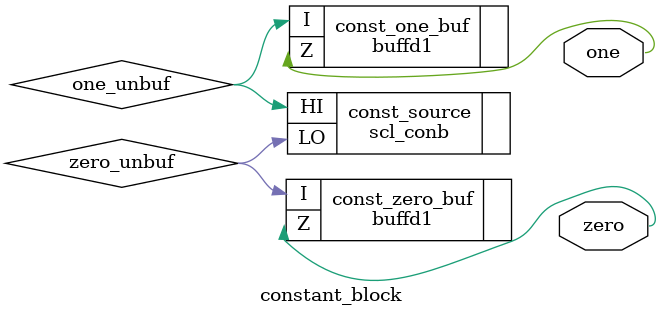
<source format=v>

`default_nettype none
/* 
 *---------------------------------------------------------------------
 * A simple module that generates buffered high and low outputs
 * in the 1.8V domain.
 *---------------------------------------------------------------------
 */

module constant_block (
    `ifdef USE_POWER_PINS
         inout vccd,
         inout vssd,
    `endif

    output	 one,
    output	 zero
);

    wire	one_unbuf;
    wire	zero_unbuf;

    scl_conb const_source (
`ifdef USE_POWER_PINS
            .VPWR(vccd),
            .VGND(vssd),
            .VPB(vccd),
            .VNB(vssd),
`endif
            .HI(one_unbuf),
            .LO(zero_unbuf)
    );

    /* Buffer the constant outputs (could be synthesized) */
    /* NOTE:  Constant cell HI, LO outputs are connected to power	*/
    /* rails through an approximately 120 ohm resistor, which is not	*/
    /* enough to drive inputs in the I/O cells while ensuring ESD	*/
    /* requirements, without buffering.					*/

    buffd1 const_one_buf (
`ifdef USE_POWER_PINS
            .VPWR(vccd),
            .VGND(vssd),
            .VPB(vccd),
            .VNB(vssd),
`endif
            .I(one_unbuf),
            .Z(one)
    );

    buffd1 const_zero_buf (
`ifdef USE_POWER_PINS
            .VPWR(vccd),
            .VGND(vssd),
            .VPB(vccd),
            .VNB(vssd),
`endif
            .I(zero_unbuf),
            .Z(zero)
    );

endmodule
`default_nettype wire

</source>
